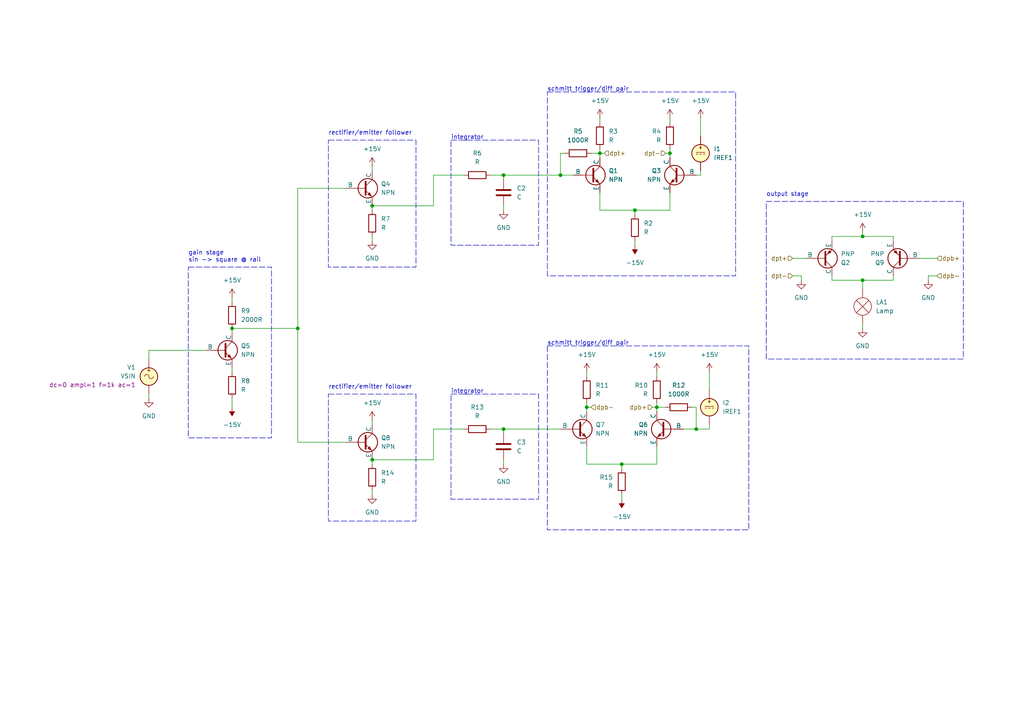
<source format=kicad_sch>
(kicad_sch (version 20230121) (generator eeschema)
  (paper "A4")
  (lib_symbols
    (symbol "Device:C" (pin_numbers hide) (pin_names (offset 0.254))
      (property "Reference" "C" (at 0.635 2.54 0))
      (property "Value" "C" (at 0.635 -2.54 0))
      (symbol "C_0_1"
        (polyline (pts (xy -2.032 -0.762) (xy 2.032 -0.762)) (stroke (width 0.508)))
        (polyline (pts (xy -2.032 0.762) (xy 2.032 0.762)) (stroke (width 0.508)))
      )
      (symbol "C_1_1"
        (pin passive line (at 0 3.81 270) (length 2.794) (name "~") (number "1"))
        (pin passive line (at 0 -3.81 90) (length 2.794) (name "~") (number "2"))
      )
    )
    (symbol "Device:Lamp" (pin_numbers hide) (pin_names (offset 0.0254) hide)
      (property "Reference" "LA" (at 0.635 3.81 0))
      (property "Value" "Lamp" (at 0.635 -3.81 0))
      (symbol "Lamp_0_1"
        (polyline (pts (xy -1.778 1.778) (xy 1.778 -1.778)))
        (polyline (pts (xy 1.778 1.778) (xy -1.778 -1.778)))
        (circle (center 0 0) (radius 2.54))
      )
      (symbol "Lamp_1_1"
        (pin passive line (at 0 -5.08 90) (length 2.54) (name "-") (number "1"))
        (pin passive line (at 0 5.08 270) (length 2.54) (name "+") (number "2"))
      )
    )
    (symbol "Device:R" (pin_numbers hide) (pin_names (offset 0))
      (property "Reference" "R" (at 2.032 0 90))
      (property "Value" "R" (at 0 0 90))
      (symbol "R_0_1"
        (rectangle (start -1.016 -2.54) (end 1.016 2.54) (stroke (width 0.254)))
      )
      (symbol "R_1_1"
        (pin passive line (at 0 3.81 270) (length 1.27) (name "~") (number "1"))
        (pin passive line (at 0 -3.81 90) (length 1.27) (name "~") (number "2"))
      )
    )
    (symbol "Simulation_SPICE:IDC" (pin_numbers hide) (pin_names (offset 0.0254))
      (property "Reference" "I" (at 2.54 2.54 0))
      (property "Value" "1" (at 2.54 0 0))
      (symbol "IDC_0_0"
        (polyline (pts (xy -1.27 0.254) (xy 1.27 0.254)))
        (polyline (pts (xy -0.762 -0.254) (xy -1.27 -0.254)))
        (polyline (pts (xy 0.254 -0.254) (xy -0.254 -0.254)))
        (polyline (pts (xy 1.27 -0.254) (xy 0.762 -0.254)))
      )
      (symbol "IDC_0_1"
        (polyline (pts (xy 0 1.27) (xy 0 2.286)))
        (polyline (pts (xy -0.254 1.778) (xy 0 1.27) (xy 0.254 1.778)))
        (circle (center 0 0) (radius 2.54) (stroke (width 0.254)) (fill (type background)))
      )
      (symbol "IDC_1_1"
        (pin passive line (at 0 5.08 270) (length 2.54) (name "~") (number "1"))
        (pin passive line (at 0 -5.08 90) (length 2.54) (name "~") (number "2"))
      )
    )
    (symbol "Simulation_SPICE:NPN" (pin_numbers hide) (pin_names (offset 0))
      (property "Reference" "Q" (at -2.54 7.62 0))
      (property "Value" "NPN" (at -2.54 5.08 0))
      (symbol "NPN_0_1"
        (polyline (pts (xy -2.54 0) (xy 0.635 0)) (stroke (width 0.1524)))
        (polyline (pts (xy 0.635 0.635) (xy 2.54 2.54)))
        (polyline (pts (xy 2.794 -1.27) (xy 2.794 -1.27)) (stroke (width 0.1524)))
        (polyline (pts (xy 2.794 -1.27) (xy 2.794 -1.27)) (stroke (width 0.1524)))
        (polyline (pts (xy 0.635 -0.635) (xy 2.54 -2.54) (xy 2.54 -2.54)))
        (polyline (pts (xy 0.635 1.905) (xy 0.635 -1.905) (xy 0.635 -1.905)) (stroke (width 0.508)))
        (polyline (pts (xy 1.27 -1.778) (xy 1.778 -1.27) (xy 2.286 -2.286) (xy 1.27 -1.778) (xy 1.27 -1.778)) (fill (type outline)))
        (circle (center 1.27 0) (radius 2.8194) (stroke (width 0.254)))
      )
      (symbol "NPN_1_1"
        (pin open_collector line (at 2.54 5.08 270) (length 2.54) (name "C") (number "1"))
        (pin input line (at -5.08 0 0) (length 2.54) (name "B") (number "2"))
        (pin open_emitter line (at 2.54 -5.08 90) (length 2.54) (name "E") (number "3"))
      )
    )
    (symbol "Simulation_SPICE:PNP" (pin_numbers hide) (pin_names (offset 0))
      (property "Reference" "Q" (at -2.54 7.62 0))
      (property "Value" "PNP" (at -2.54 5.08 0))
      (symbol "PNP_0_1"
        (polyline (pts (xy -2.54 0) (xy 0.635 0)) (stroke (width 0.1524)))
        (polyline (pts (xy 0.635 0.635) (xy 2.54 2.54)))
        (polyline (pts (xy 0.635 -0.635) (xy 2.54 -2.54) (xy 2.54 -2.54)))
        (polyline (pts (xy 0.635 1.905) (xy 0.635 -1.905) (xy 0.635 -1.905)) (stroke (width 0.508)))
        (polyline (pts (xy 2.286 -1.778) (xy 1.778 -2.286) (xy 1.27 -1.27) (xy 2.286 -1.778) (xy 2.286 -1.778)) (fill (type outline)))
        (circle (center 1.27 0) (radius 2.8194) (stroke (width 0.254)))
      )
      (symbol "PNP_1_1"
        (pin open_collector line (at 2.54 5.08 270) (length 2.54) (name "C") (number "1"))
        (pin input line (at -5.08 0 0) (length 2.54) (name "B") (number "2"))
        (pin open_emitter line (at 2.54 -5.08 90) (length 2.54) (name "E") (number "3"))
      )
    )
    (symbol "Simulation_SPICE:VSIN" (pin_numbers hide) (pin_names (offset 0.0254))
      (property "Reference" "V" (at 2.54 2.54 0))
      (property "Value" "VSIN" (at 2.54 0 0))
      (property "Sim.Params" "dc=0 ampl=1 f=1k ac=1" (at 2.54 -2.54 0))
      (symbol "VSIN_0_0"
        (arc (start 0 0) (mid -0.635 0.6323) (end -1.27 0))
        (arc (start 0 0) (mid 0.635 -0.6323) (end 1.27 0))
        (text "+" (at 0 1.905 0) (effects (font (size 1.27 1.27))))
      )
      (symbol "VSIN_0_1"
        (circle (center 0 0) (radius 2.54) (stroke (width 0.254)) (fill (type background)))
      )
      (symbol "VSIN_1_1"
        (pin passive line (at 0 5.08 270) (length 2.54) (name "~") (number "1"))
        (pin passive line (at 0 -5.08 90) (length 2.54) (name "~") (number "2"))
      )
    )
    (symbol "power:+15V" (power) (pin_names (offset 0))
      (property "Value" "+15V" (at 0 3.556 0))
      (symbol "+15V_0_1"
        (polyline (pts (xy -0.762 1.27) (xy 0 2.54)))
        (polyline (pts (xy 0 0) (xy 0 2.54)))
        (polyline (pts (xy 0 2.54) (xy 0.762 1.27)))
      )
      (symbol "+15V_1_1"
        (pin power_in line (at 0 0 90) (length 0) hide (name "+15V") (number "1"))
      )
    )
    (symbol "power:-15V" (power) (pin_names (offset 0))
      (property "Value" "-15V" (at 0 3.81 0))
      (symbol "-15V_0_0"
        (pin power_in line (at 0 0 90) (length 0) hide (name "-15V") (number "1"))
      )
      (symbol "-15V_0_1"
        (polyline (pts (xy 0 0) (xy 0 1.27) (xy 0.762 1.27) (xy 0 2.54) (xy -0.762 1.27) (xy 0 1.27)) (fill (type outline)))
      )
    )
    (symbol "power:GND" (power) (pin_names (offset 0))
      (property "Value" "GND" (at 0 -3.81 0))
      (symbol "GND_0_1"
        (polyline (pts (xy 0 0) (xy 0 -1.27) (xy 1.27 -1.27) (xy 0 -2.54) (xy -1.27 -1.27) (xy 0 -1.27)))
      )
      (symbol "GND_1_1"
        (pin power_in line (at 0 0 270) (length 0) hide (name "GND") (number "1"))
      )
    )
  )
  (junction (at 201.93 124.46))
  (junction (at 190.5 118.11))
  (junction (at 184.15 60.96))
  (junction (at 250.19 68.58))
  (junction (at 194.31 44.45))
  (junction (at 86.36 95.25))
  (junction (at 173.99 44.45))
  (junction (at 67.31 95.25))
  (junction (at 107.95 59.69))
  (junction (at 250.19 81.28))
  (junction (at 170.18 118.11))
  (junction (at 107.95 133.35))
  (junction (at 146.05 124.46))
  (junction (at 162.56 50.8))
  (junction (at 146.05 50.8))
  (junction (at 180.34 134.62))
  (wire (pts (xy 162.56 44.45) (xy 163.83 44.45)))
  (wire (pts (xy 193.04 44.45) (xy 194.31 44.45)))
  (wire (pts (xy 107.95 143.51) (xy 107.95 142.24)))
  (wire (pts (xy 184.15 60.96) (xy 173.99 60.96)))
  (wire (pts (xy 269.24 80.01) (xy 271.78 80.01)))
  (wire (pts (xy 43.18 104.14) (xy 43.18 101.6)))
  (wire (pts (xy 269.24 81.28) (xy 269.24 80.01)))
  (wire (pts (xy 184.15 69.85) (xy 184.15 71.12)))
  (wire (pts (xy 194.31 60.96) (xy 184.15 60.96)))
  (wire (pts (xy 259.08 68.58) (xy 259.08 69.85)))
  (wire (pts (xy 146.05 124.46) (xy 162.56 124.46)))
  (wire (pts (xy 190.5 134.62) (xy 190.5 129.54)))
  (wire (pts (xy 201.93 118.11) (xy 201.93 124.46)))
  (wire (pts (xy 250.19 68.58) (xy 259.08 68.58)))
  (wire (pts (xy 43.18 101.6) (xy 59.69 101.6)))
  (wire (pts (xy 190.5 118.11) (xy 189.23 118.11)))
  (wire (pts (xy 180.34 143.51) (xy 180.34 144.78)))
  (wire (pts (xy 250.19 81.28) (xy 250.19 83.82)))
  (wire (pts (xy 203.2 34.29) (xy 203.2 39.37)))
  (wire (pts (xy 146.05 59.69) (xy 146.05 60.96)))
  (wire (pts (xy 107.95 133.35) (xy 107.95 134.62)))
  (wire (pts (xy 180.34 135.89) (xy 180.34 134.62)))
  (wire (pts (xy 201.93 124.46) (xy 198.12 124.46)))
  (wire (pts (xy 170.18 107.95) (xy 170.18 109.22)))
  (wire (pts (xy 171.45 118.11) (xy 170.18 118.11)))
  (wire (pts (xy 241.3 81.28) (xy 250.19 81.28)))
  (wire (pts (xy 173.99 44.45) (xy 173.99 45.72)))
  (wire (pts (xy 250.19 68.58) (xy 241.3 68.58)))
  (wire (pts (xy 86.36 95.25) (xy 86.36 54.61)))
  (wire (pts (xy 241.3 80.01) (xy 241.3 81.28)))
  (wire (pts (xy 67.31 95.25) (xy 67.31 96.52)))
  (wire (pts (xy 250.19 81.28) (xy 259.08 81.28)))
  (wire (pts (xy 201.93 124.46) (xy 205.74 124.46)))
  (wire (pts (xy 146.05 124.46) (xy 146.05 125.73)))
  (wire (pts (xy 250.19 93.98) (xy 250.19 95.25)))
  (wire (pts (xy 229.87 80.01) (xy 232.41 80.01)))
  (wire (pts (xy 205.74 107.95) (xy 205.74 113.03)))
  (wire (pts (xy 125.73 50.8) (xy 134.62 50.8)))
  (wire (pts (xy 194.31 44.45) (xy 194.31 45.72)))
  (wire (pts (xy 67.31 115.57) (xy 67.31 118.11)))
  (wire (pts (xy 170.18 134.62) (xy 180.34 134.62)))
  (wire (pts (xy 259.08 80.01) (xy 259.08 81.28)))
  (wire (pts (xy 203.2 50.8) (xy 201.93 50.8)))
  (wire (pts (xy 170.18 116.84) (xy 170.18 118.11)))
  (wire (pts (xy 67.31 86.36) (xy 67.31 87.63)))
  (wire (pts (xy 146.05 50.8) (xy 162.56 50.8)))
  (wire (pts (xy 142.24 124.46) (xy 146.05 124.46)))
  (wire (pts (xy 146.05 133.35) (xy 146.05 134.62)))
  (wire (pts (xy 67.31 95.25) (xy 86.36 95.25)))
  (wire (pts (xy 250.19 67.31) (xy 250.19 68.58)))
  (wire (pts (xy 205.74 123.19) (xy 205.74 124.46)))
  (wire (pts (xy 107.95 121.92) (xy 107.95 123.19)))
  (wire (pts (xy 241.3 68.58) (xy 241.3 69.85)))
  (wire (pts (xy 173.99 44.45) (xy 175.26 44.45)))
  (wire (pts (xy 107.95 48.26) (xy 107.95 49.53)))
  (wire (pts (xy 86.36 128.27) (xy 100.33 128.27)))
  (wire (pts (xy 107.95 59.69) (xy 107.95 60.96)))
  (wire (pts (xy 170.18 118.11) (xy 170.18 119.38)))
  (wire (pts (xy 43.18 114.3) (xy 43.18 115.57)))
  (wire (pts (xy 173.99 60.96) (xy 173.99 55.88)))
  (wire (pts (xy 194.31 34.29) (xy 194.31 35.56)))
  (wire (pts (xy 170.18 129.54) (xy 170.18 134.62)))
  (wire (pts (xy 232.41 81.28) (xy 232.41 80.01)))
  (wire (pts (xy 194.31 55.88) (xy 194.31 60.96)))
  (wire (pts (xy 142.24 50.8) (xy 146.05 50.8)))
  (wire (pts (xy 146.05 50.8) (xy 146.05 52.07)))
  (wire (pts (xy 190.5 107.95) (xy 190.5 109.22)))
  (wire (pts (xy 266.7 74.93) (xy 271.78 74.93)))
  (wire (pts (xy 107.95 69.85) (xy 107.95 68.58)))
  (wire (pts (xy 173.99 34.29) (xy 173.99 35.56)))
  (wire (pts (xy 162.56 44.45) (xy 162.56 50.8)))
  (wire (pts (xy 190.5 118.11) (xy 190.5 119.38)))
  (wire (pts (xy 201.93 118.11) (xy 200.66 118.11)))
  (wire (pts (xy 67.31 106.68) (xy 67.31 107.95)))
  (wire (pts (xy 194.31 43.18) (xy 194.31 44.45)))
  (wire (pts (xy 193.04 118.11) (xy 190.5 118.11)))
  (wire (pts (xy 125.73 133.35) (xy 125.73 124.46)))
  (wire (pts (xy 107.95 59.69) (xy 125.73 59.69)))
  (wire (pts (xy 86.36 95.25) (xy 86.36 128.27)))
  (wire (pts (xy 125.73 59.69) (xy 125.73 50.8)))
  (wire (pts (xy 107.95 133.35) (xy 125.73 133.35)))
  (wire (pts (xy 86.36 54.61) (xy 100.33 54.61)))
  (wire (pts (xy 229.87 74.93) (xy 233.68 74.93)))
  (wire (pts (xy 190.5 116.84) (xy 190.5 118.11)))
  (wire (pts (xy 162.56 50.8) (xy 166.37 50.8)))
  (wire (pts (xy 180.34 134.62) (xy 190.5 134.62)))
  (wire (pts (xy 173.99 43.18) (xy 173.99 44.45)))
  (wire (pts (xy 203.2 49.53) (xy 203.2 50.8)))
  (wire (pts (xy 184.15 62.23) (xy 184.15 60.96)))
  (wire (pts (xy 171.45 44.45) (xy 173.99 44.45)))
  (wire (pts (xy 125.73 124.46) (xy 134.62 124.46)))
  (rectangle (start 54.61 77.47) (end 78.74 127) (stroke (width 0) (type dash)))
  (rectangle (start 95.25 114.3) (end 120.65 151.13) (stroke (width 0) (type dash)))
  (rectangle (start 130.81 114.3) (end 156.21 144.78) (stroke (width 0) (type dash)))
  (rectangle (start 222.25 58.42) (end 279.4 104.14) (stroke (width 0) (type dash)))
  (rectangle (start 130.81 40.64) (end 156.21 71.12) (stroke (width 0) (type dash)))
  (rectangle (start 95.25 40.64) (end 120.65 77.47) (stroke (width 0) (type dash)))
  (rectangle (start 158.75 26.67) (end 213.36 80.01) (stroke (width 0) (type dash)))
  (rectangle (start 158.75 100.33) (end 217.17 153.67) (stroke (width 0) (type dash)))
  (text "rectifier/emitter follower" (at 95.25 39.37 0) (effects (font (size 1.27 1.27)) (justify left bottom)))
  (text "gain stage\nsin -> square @ rail" (at 54.61 76.2 0) (effects (font (size 1.27 1.27)) (justify left bottom)))
  (text "integrator" (at 130.81 40.64 0) (effects (font (size 1.27 1.27)) (justify left bottom)))
  (text "schmitt trigger/diff pair" (at 158.75 26.67 0) (effects (font (size 1.27 1.27)) (justify left bottom)))
  (text "output stage" (at 222.25 57.15 0) (effects (font (size 1.27 1.27)) (justify left bottom)))
  (text "schmitt trigger/diff pair" (at 158.75 100.33 0) (effects (font (size 1.27 1.27)) (justify left bottom)))
  (text "rectifier/emitter follower" (at 95.25 113.03 0) (effects (font (size 1.27 1.27)) (justify left bottom)))
  (text "integrator" (at 130.81 114.3 0) (effects (font (size 1.27 1.27)) (justify left bottom)))
  (hierarchical_label "dpb+" (shape input) (at 189.23 118.11 180))
  (hierarchical_label "dpt+" (shape input) (at 229.87 74.93 180))
  (hierarchical_label "dpt-" (shape input) (at 229.87 80.01 180))
  (hierarchical_label "dpb+" (shape input) (at 271.78 74.93 0))
  (hierarchical_label "dpt-" (shape input) (at 193.04 44.45 180))
  (hierarchical_label "dpb-" (shape input) (at 171.45 118.11 0))
  (hierarchical_label "dpb-" (shape input) (at 271.78 80.01 0))
  (hierarchical_label "dpt+" (shape input) (at 175.26 44.45 0))
  (symbol (lib_id "Device:R") (at 107.95 64.77 0) (unit 1)
    (property "Reference" "R7" (at 110.49 63.5 0) (effects (justify left)))
    (property "Value" "R" (at 110.49 66.04 0) (effects (justify left)))
    (instances (project "Lab05" (path "" (reference "R7") (unit 1)) (path "" (reference "R5") (unit 1))))
  )
  (symbol (lib_id "Device:R") (at 170.18 113.03 0) (unit 1)
    (property "Reference" "R11" (at 172.72 111.76 0) (effects (justify left)))
    (property "Value" "R" (at 172.72 114.3 0) (effects (justify left)))
    (instances (project "Lab05" (path "" (reference "R11") (unit 1)) (path "" (reference "R9") (unit 1))))
  )
  (symbol (lib_id "Device:R") (at 67.31 91.44 0) (unit 1)
    (property "Reference" "R9" (at 69.85 90.17 0) (effects (justify left)))
    (property "Value" "2000R" (at 69.85 92.71 0) (effects (justify left)))
    (instances (project "Lab05" (path "" (reference "R9") (unit 1)) (path "" (reference "R7") (unit 1))))
  )
  (symbol (lib_id "Device:C") (at 146.05 129.54 0) (unit 1)
    (property "Reference" "C3" (at 149.86 128.27 0) (effects (justify left)))
    (property "Value" "C" (at 149.86 130.81 0) (effects (justify left)))
    (instances (project "Lab05" (path "" (reference "C3") (unit 1)) (path "" (reference "C2") (unit 1))))
  )
  (symbol (lib_id "power:+15V") (at 190.5 107.95 0) (mirror y) (unit 1)
    (property "Reference" "#PWR010" (effects hide))
    (property "Value" "+15V" (at 190.5 102.87 0))
    (instances (project "Lab05" (path "" (reference "#PWR010") (unit 1)) (path "" (reference "#PWR014") (unit 1))))
  )
  (symbol (lib_id "Device:C") (at 146.05 55.88 0) (unit 1)
    (property "Reference" "C2" (at 149.86 54.61 0) (effects (justify left)))
    (property "Value" "C" (at 149.86 57.15 0) (effects (justify left)))
    (instances (project "Lab05" (path "" (reference "C2") (unit 1)) (path "" (reference "C1") (unit 1))))
  )
  (symbol (lib_id "power:+15V") (at 170.18 107.95 0) (mirror y) (unit 1)
    (property "Reference" "#PWR011" (effects hide))
    (property "Value" "+15V" (at 170.18 102.87 0))
    (instances (project "Lab05" (path "" (reference "#PWR011") (unit 1)) (path "" (reference "#PWR013") (unit 1))))
  )
  (symbol (lib_id "Device:R") (at 180.34 139.7 0) (mirror y) (unit 1)
    (property "Reference" "R15" (at 177.8 138.43 0) (effects (justify left)))
    (property "Value" "R" (at 177.8 140.97 0) (effects (justify left)))
    (instances (project "Lab05" (path "" (reference "R15") (unit 1)) (path "" (reference "R14") (unit 1))))
  )
  (symbol (lib_id "power:+15V") (at 205.74 107.95 0) (unit 1)
    (property "Reference" "#PWR012" (effects hide))
    (property "Value" "+15V" (at 205.74 102.87 0))
    (instances (project "Lab05" (path "" (reference "#PWR012") (unit 1)) (path "" (reference "#PWR015") (unit 1))))
  )
  (symbol (lib_id "power:GND") (at 269.24 81.28 0) (unit 1)
    (property "Reference" "#PWR020" (effects hide))
    (property "Value" "GND" (at 269.24 86.36 0))
    (instances (project "Lab05" (path "" (reference "#PWR020") (unit 1)) (path "" (reference "#PWR010") (unit 1))))
  )
  (symbol (lib_id "power:-15V") (at 67.31 118.11 180) (unit 1)
    (property "Reference" "#PWR09" (effects hide))
    (property "Value" "-15V" (at 67.31 123.19 0))
    (instances (project "Lab05" (path "" (reference "#PWR09") (unit 1)) (path "" (reference "#PWR017") (unit 1))))
  )
  (symbol (lib_id "Device:Lamp") (at 250.19 88.9 0) (unit 1)
    (property "Reference" "LA1" (at 254 87.63 0) (effects (justify left)))
    (property "Value" "Lamp" (at 254 90.17 0) (effects (justify left)))
  )
  (symbol (lib_id "Simulation_SPICE:PNP") (at 238.76 74.93 0) (mirror x) (unit 1)
    (property "Reference" "Q2" (at 243.84 76.2 0) (effects (justify left)))
    (property "Value" "PNP" (at 243.84 73.66 0) (effects (justify left)))
    (property "Sim.Device" "PNP" (effects hide))
    (property "Sim.Type" "GUMMELPOON" (effects hide))
    (property "Sim.Pins" "1=C 2=B 3=E" (effects hide))
    (instances (project "Lab05" (path "" (reference "Q2") (unit 1)) (path "" (reference "Q4") (unit 1))))
  )
  (symbol (lib_id "Simulation_SPICE:NPN") (at 193.04 124.46 0) (mirror y) (unit 1)
    (property "Reference" "Q6" (at 187.96 123.19 0) (effects (justify left)))
    (property "Value" "NPN" (at 187.96 125.73 0) (effects (justify left)))
    (property "Sim.Device" "NPN" (effects hide))
    (property "Sim.Type" "GUMMELPOON" (effects hide))
    (property "Sim.Pins" "1=C 2=B 3=E" (effects hide))
    (instances (project "Lab05" (path "" (reference "Q6") (unit 1)) (path "" (reference "Q8") (unit 1))))
  )
  (symbol (lib_id "Device:R") (at 167.64 44.45 90) (unit 1)
    (property "Reference" "R5" (at 167.64 38.1 90))
    (property "Value" "1000R" (at 167.64 40.64 90))
    (instances (project "Lab05" (path "" (reference "R5") (unit 1)) (path "" (reference "R3") (unit 1))))
  )
  (symbol (lib_id "Simulation_SPICE:NPN") (at 196.85 50.8 0) (mirror y) (unit 1)
    (property "Reference" "Q3" (at 191.77 49.53 0) (effects (justify left)))
    (property "Value" "NPN" (at 191.77 52.07 0) (effects (justify left)))
    (property "Sim.Device" "NPN" (effects hide))
    (property "Sim.Type" "GUMMELPOON" (effects hide))
    (property "Sim.Pins" "1=C 2=B 3=E" (effects hide))
    (instances (project "Lab05" (path "" (reference "Q3") (unit 1)) (path "" (reference "Q2") (unit 1))))
  )
  (symbol (lib_id "power:GND") (at 232.41 81.28 0) (unit 1)
    (property "Reference" "#PWR019" (effects hide))
    (property "Value" "GND" (at 232.41 86.36 0))
    (instances (project "Lab05" (path "" (reference "#PWR019") (unit 1)) (path "" (reference "#PWR09") (unit 1))))
  )
  (symbol (lib_id "Simulation_SPICE:IDC") (at 205.74 118.11 0) (unit 1)
    (property "Reference" "I2" (at 209.55 116.84 0) (effects (justify left)))
    (property "Value" "IREF1" (at 209.55 119.38 0) (effects (justify left)))
    (property "Sim.Pins" "1=+ 2=-" (effects hide))
    (property "Sim.Type" "DC" (effects hide))
    (property "Sim.Device" "I" (effects hide))
  )
  (symbol (lib_id "Simulation_SPICE:VSIN") (at 43.18 109.22 0) (unit 1)
    (property "Reference" "V1" (at 39.37 106.5502 0) (effects (justify right)))
    (property "Value" "VSIN" (at 39.37 109.0902 0) (effects (justify right)))
    (property "Sim.Pins" "1=+ 2=-" (effects hide))
    (property "Sim.Params" "dc=0 ampl=1 f=1k ac=1" (at 39.37 111.6302 0) (effects (justify right)))
    (property "Sim.Type" "SIN" (effects hide))
    (property "Sim.Device" "V" (effects hide))
  )
  (symbol (lib_id "power:-15V") (at 184.15 71.12 180) (unit 1)
    (property "Reference" "#PWR03" (effects hide))
    (property "Value" "-15V" (at 184.15 76.2 0))
    (instances (project "Lab05" (path "" (reference "#PWR03") (unit 1)) (path "" (reference "#PWR08") (unit 1))))
  )
  (symbol (lib_id "power:+15V") (at 107.95 48.26 0) (unit 1)
    (property "Reference" "#PWR06" (effects hide))
    (property "Value" "+15V" (at 107.95 43.18 0))
    (instances (project "Lab05" (path "" (reference "#PWR06") (unit 1)) (path "" (reference "#PWR04") (unit 1))))
  )
  (symbol (lib_id "power:+15V") (at 194.31 34.29 0) (unit 1)
    (property "Reference" "#PWR02" (effects hide))
    (property "Value" "+15V" (at 194.31 29.21 0))
  )
  (symbol (lib_id "power:+15V") (at 173.99 34.29 0) (unit 1)
    (property "Reference" "#PWR01" (effects hide))
    (property "Value" "+15V" (at 173.99 29.21 0))
  )
  (symbol (lib_id "Device:R") (at 138.43 50.8 90) (unit 1)
    (property "Reference" "R6" (at 138.43 44.45 90))
    (property "Value" "R" (at 138.43 46.99 90))
    (instances (project "Lab05" (path "" (reference "R6") (unit 1)) (path "" (reference "R4") (unit 1))))
  )
  (symbol (lib_id "Simulation_SPICE:NPN") (at 171.45 50.8 0) (unit 1)
    (property "Reference" "Q1" (at 176.53 49.53 0) (effects (justify left)))
    (property "Value" "NPN" (at 176.53 52.07 0) (effects (justify left)))
    (property "Sim.Device" "NPN" (effects hide))
    (property "Sim.Type" "GUMMELPOON" (effects hide))
    (property "Sim.Pins" "1=C 2=B 3=E" (effects hide))
  )
  (symbol (lib_id "power:+15V") (at 107.95 121.92 0) (unit 1)
    (property "Reference" "#PWR013" (effects hide))
    (property "Value" "+15V" (at 107.95 116.84 0))
    (instances (project "Lab05" (path "" (reference "#PWR013") (unit 1)) (path "" (reference "#PWR018") (unit 1))))
  )
  (symbol (lib_id "Device:R") (at 196.85 118.11 270) (mirror x) (unit 1)
    (property "Reference" "R12" (at 196.85 111.76 90))
    (property "Value" "1000R" (at 196.85 114.3 90))
    (instances (project "Lab05" (path "" (reference "R12") (unit 1)) (path "" (reference "R11") (unit 1))))
  )
  (symbol (lib_id "Device:R") (at 67.31 111.76 0) (unit 1)
    (property "Reference" "R8" (at 69.85 110.49 0) (effects (justify left)))
    (property "Value" "R" (at 69.85 113.03 0) (effects (justify left)))
  )
  (symbol (lib_id "power:GND") (at 107.95 69.85 0) (unit 1)
    (property "Reference" "#PWR05" (effects hide))
    (property "Value" "GND" (at 107.95 74.93 0))
    (instances (project "Lab05" (path "" (reference "#PWR05") (unit 1)) (path "" (reference "#PWR07") (unit 1))))
  )
  (symbol (lib_id "power:+15V") (at 67.31 86.36 0) (unit 1)
    (property "Reference" "#PWR08" (effects hide))
    (property "Value" "+15V" (at 67.31 81.28 0))
    (instances (project "Lab05" (path "" (reference "#PWR08") (unit 1)) (path "" (reference "#PWR011") (unit 1))))
  )
  (symbol (lib_id "Device:R") (at 194.31 39.37 0) (mirror y) (unit 1)
    (property "Reference" "R4" (at 191.77 38.1 0) (effects (justify left)))
    (property "Value" "R" (at 191.77 40.64 0) (effects (justify left)))
    (instances (project "Lab05" (path "" (reference "R4") (unit 1)) (path "" (reference "R2") (unit 1))))
  )
  (symbol (lib_id "power:GND") (at 146.05 134.62 0) (unit 1)
    (property "Reference" "#PWR014" (effects hide))
    (property "Value" "GND" (at 146.05 139.7 0))
    (instances (project "Lab05" (path "" (reference "#PWR014") (unit 1)) (path "" (reference "#PWR019") (unit 1))))
  )
  (symbol (lib_id "Simulation_SPICE:NPN") (at 105.41 128.27 0) (unit 1)
    (property "Reference" "Q8" (at 110.49 127 0) (effects (justify left)))
    (property "Value" "NPN" (at 110.49 129.54 0) (effects (justify left)))
    (property "Sim.Device" "NPN" (effects hide))
    (property "Sim.Type" "GUMMELPOON" (effects hide))
    (property "Sim.Pins" "1=C 2=B 3=E" (effects hide))
    (instances (project "Lab05" (path "" (reference "Q8") (unit 1)) (path "" (reference "Q9") (unit 1))))
  )
  (symbol (lib_id "Device:R") (at 138.43 124.46 90) (unit 1)
    (property "Reference" "R13" (at 138.43 118.11 90))
    (property "Value" "R" (at 138.43 120.65 90))
    (instances (project "Lab05" (path "" (reference "R13") (unit 1)) (path "" (reference "R12") (unit 1))))
  )
  (symbol (lib_id "Simulation_SPICE:NPN") (at 64.77 101.6 0) (unit 1)
    (property "Reference" "Q5" (at 69.85 100.33 0) (effects (justify left)))
    (property "Value" "NPN" (at 69.85 102.87 0) (effects (justify left)))
    (property "Sim.Device" "NPN" (effects hide))
    (property "Sim.Type" "GUMMELPOON" (effects hide))
    (property "Sim.Pins" "1=C 2=B 3=E" (effects hide))
    (instances (project "Lab05" (path "" (reference "Q5") (unit 1)) (path "" (reference "Q6") (unit 1))))
  )
  (symbol (lib_id "Simulation_SPICE:NPN") (at 105.41 54.61 0) (unit 1)
    (property "Reference" "Q4" (at 110.49 53.34 0) (effects (justify left)))
    (property "Value" "NPN" (at 110.49 55.88 0) (effects (justify left)))
    (property "Sim.Device" "NPN" (effects hide))
    (property "Sim.Type" "GUMMELPOON" (effects hide))
    (property "Sim.Pins" "1=C 2=B 3=E" (effects hide))
    (instances (project "Lab05" (path "" (reference "Q4") (unit 1)) (path "" (reference "Q3") (unit 1))))
  )
  (symbol (lib_id "Device:R") (at 190.5 113.03 0) (mirror y) (unit 1)
    (property "Reference" "R10" (at 187.96 111.76 0) (effects (justify left)))
    (property "Value" "R" (at 187.96 114.3 0) (effects (justify left)))
  )
  (symbol (lib_id "Device:R") (at 107.95 138.43 0) (unit 1)
    (property "Reference" "R14" (at 110.49 137.16 0) (effects (justify left)))
    (property "Value" "R" (at 110.49 139.7 0) (effects (justify left)))
    (instances (project "Lab05" (path "" (reference "R14") (unit 1)) (path "" (reference "R13") (unit 1))))
  )
  (symbol (lib_id "Simulation_SPICE:PNP") (at 261.62 74.93 180) (unit 1)
    (property "Reference" "Q9" (at 256.54 76.2 0) (effects (justify left)))
    (property "Value" "PNP" (at 256.54 73.66 0) (effects (justify left)))
    (property "Sim.Device" "PNP" (effects hide))
    (property "Sim.Type" "GUMMELPOON" (effects hide))
    (property "Sim.Pins" "1=C 2=B 3=E" (effects hide))
    (instances (project "Lab05" (path "" (reference "Q9") (unit 1)) (path "" (reference "Q5") (unit 1))))
  )
  (symbol (lib_id "Device:R") (at 173.99 39.37 0) (unit 1)
    (property "Reference" "R3" (at 176.53 38.1 0) (effects (justify left)))
    (property "Value" "R" (at 176.53 40.64 0) (effects (justify left)))
    (instances (project "Lab05" (path "" (reference "R3") (unit 1)) (path "" (reference "R1") (unit 1))))
  )
  (symbol (lib_id "power:GND") (at 146.05 60.96 0) (unit 1)
    (property "Reference" "#PWR04" (effects hide))
    (property "Value" "GND" (at 146.05 66.04 0))
    (instances (project "Lab05" (path "" (reference "#PWR04") (unit 1)) (path "" (reference "#PWR05") (unit 1))))
  )
  (symbol (lib_id "power:GND") (at 43.18 115.57 0) (unit 1)
    (property "Reference" "#PWR017" (effects hide))
    (property "Value" "GND" (at 43.18 120.65 0))
    (instances (project "Lab05" (path "" (reference "#PWR017") (unit 1)) (path "" (reference "#PWR016") (unit 1))))
  )
  (symbol (lib_id "Simulation_SPICE:IDC") (at 203.2 44.45 0) (unit 1)
    (property "Reference" "I1" (at 207.01 43.18 0) (effects (justify left)))
    (property "Value" "IREF1" (at 207.01 45.72 0) (effects (justify left)))
    (property "Sim.Pins" "1=+ 2=-" (effects hide))
    (property "Sim.Type" "DC" (effects hide))
    (property "Sim.Device" "I" (effects hide))
  )
  (symbol (lib_id "power:GND") (at 250.19 95.25 0) (unit 1)
    (property "Reference" "#PWR021" (effects hide))
    (property "Value" "GND" (at 250.19 100.33 0))
    (instances (project "Lab05" (path "" (reference "#PWR021") (unit 1)) (path "" (reference "#PWR012") (unit 1))))
  )
  (symbol (lib_id "Device:R") (at 184.15 66.04 0) (unit 1)
    (property "Reference" "R2" (at 186.69 64.77 0) (effects (justify left)))
    (property "Value" "R" (at 186.69 67.31 0) (effects (justify left)))
    (instances (project "Lab05" (path "" (reference "R2") (unit 1)) (path "" (reference "R6") (unit 1))))
  )
  (symbol (lib_id "power:-15V") (at 180.34 144.78 0) (mirror x) (unit 1)
    (property "Reference" "#PWR016" (effects hide))
    (property "Value" "-15V" (at 180.34 149.86 0))
    (instances (project "Lab05" (path "" (reference "#PWR016") (unit 1)) (path "" (reference "#PWR021") (unit 1))))
  )
  (symbol (lib_id "power:+15V") (at 250.19 67.31 0) (unit 1)
    (property "Reference" "#PWR018" (effects hide))
    (property "Value" "+15V" (at 250.19 62.23 0))
    (instances (project "Lab05" (path "" (reference "#PWR018") (unit 1)) (path "" (reference "#PWR06") (unit 1))))
  )
  (symbol (lib_id "power:+15V") (at 203.2 34.29 0) (unit 1)
    (property "Reference" "#PWR07" (effects hide))
    (property "Value" "+15V" (at 203.2 29.21 0))
    (instances (project "Lab05" (path "" (reference "#PWR07") (unit 1)) (path "" (reference "#PWR03") (unit 1))))
  )
  (symbol (lib_id "Simulation_SPICE:NPN") (at 167.64 124.46 0) (unit 1)
    (property "Reference" "Q7" (at 172.72 123.19 0) (effects (justify left)))
    (property "Value" "NPN" (at 172.72 125.73 0) (effects (justify left)))
    (property "Sim.Device" "NPN" (effects hide))
    (property "Sim.Type" "GUMMELPOON" (effects hide))
    (property "Sim.Pins" "1=C 2=B 3=E" (effects hide))
  )
  (symbol (lib_id "power:GND") (at 107.95 143.51 0) (unit 1)
    (property "Reference" "#PWR015" (effects hide))
    (property "Value" "GND" (at 107.95 148.59 0))
    (instances (project "Lab05" (path "" (reference "#PWR015") (unit 1)) (path "" (reference "#PWR020") (unit 1))))
  )
)
</source>
